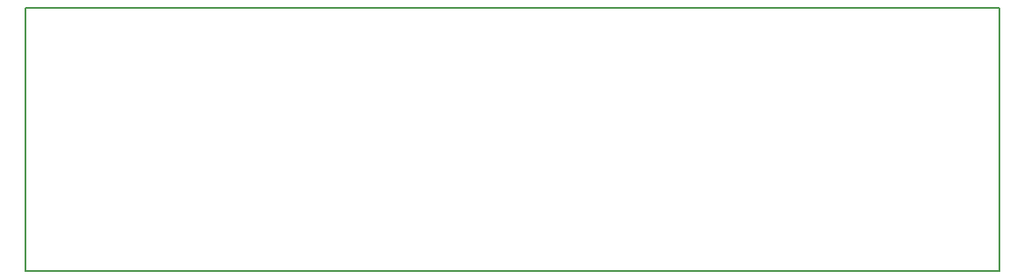
<source format=gbr>
G04 #@! TF.GenerationSoftware,KiCad,Pcbnew,(5.0.1)-3*
G04 #@! TF.CreationDate,2018-11-05T21:38:31-08:00*
G04 #@! TF.ProjectId,500-1138,3530302D313133382E6B696361645F70,rev?*
G04 #@! TF.SameCoordinates,Original*
G04 #@! TF.FileFunction,Profile,NP*
%FSLAX46Y46*%
G04 Gerber Fmt 4.6, Leading zero omitted, Abs format (unit mm)*
G04 Created by KiCad (PCBNEW (5.0.1)-3) date 11/5/2018 9:38:31 PM*
%MOMM*%
%LPD*%
G01*
G04 APERTURE LIST*
%ADD10C,0.150000*%
G04 APERTURE END LIST*
D10*
X143510000Y-110490000D02*
X143510000Y-88900000D01*
X237490000Y-110490000D02*
X237490000Y-88900000D01*
X237490000Y-88900000D02*
X143510000Y-88900000D01*
X237490000Y-114300000D02*
X237490000Y-110490000D01*
X143510000Y-114300000D02*
X237490000Y-114300000D01*
X143510000Y-110490000D02*
X143510000Y-114300000D01*
M02*

</source>
